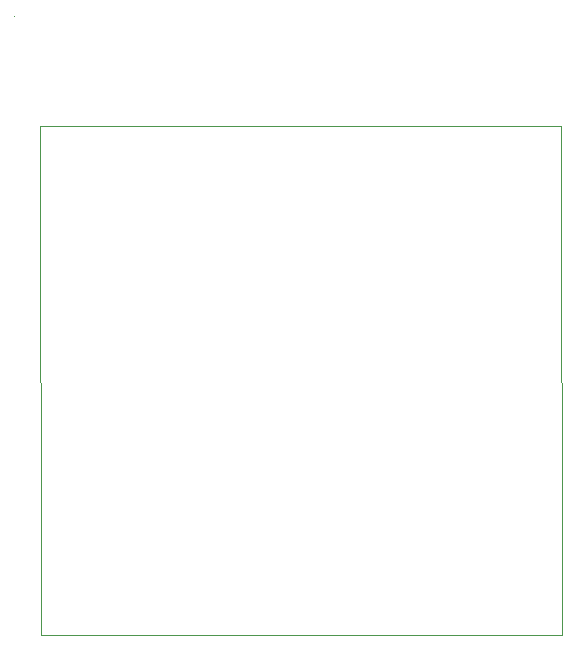
<source format=gbr>
G04 #@! TF.GenerationSoftware,KiCad,Pcbnew,5.1.7-a382d34a8~88~ubuntu18.04.1*
G04 #@! TF.CreationDate,2021-07-31T18:48:42+05:30*
G04 #@! TF.ProjectId,FrontEnd_HeavyDevice_v1,46726f6e-7445-46e6-945f-486561767944,rev?*
G04 #@! TF.SameCoordinates,Original*
G04 #@! TF.FileFunction,Other,User*
%FSLAX46Y46*%
G04 Gerber Fmt 4.6, Leading zero omitted, Abs format (unit mm)*
G04 Created by KiCad (PCBNEW 5.1.7-a382d34a8~88~ubuntu18.04.1) date 2021-07-31 18:48:42*
%MOMM*%
%LPD*%
G01*
G04 APERTURE LIST*
%ADD10C,0.100000*%
G04 APERTURE END LIST*
D10*
X95996760Y-75760580D02*
X140131800Y-75768200D01*
X140131800Y-75768200D02*
X140195300Y-118887240D01*
X93840300Y-66504820D02*
X93835220Y-66514980D01*
X96060260Y-118879620D02*
X140195300Y-118887240D01*
X95996760Y-75760580D02*
X96060260Y-118879620D01*
M02*

</source>
